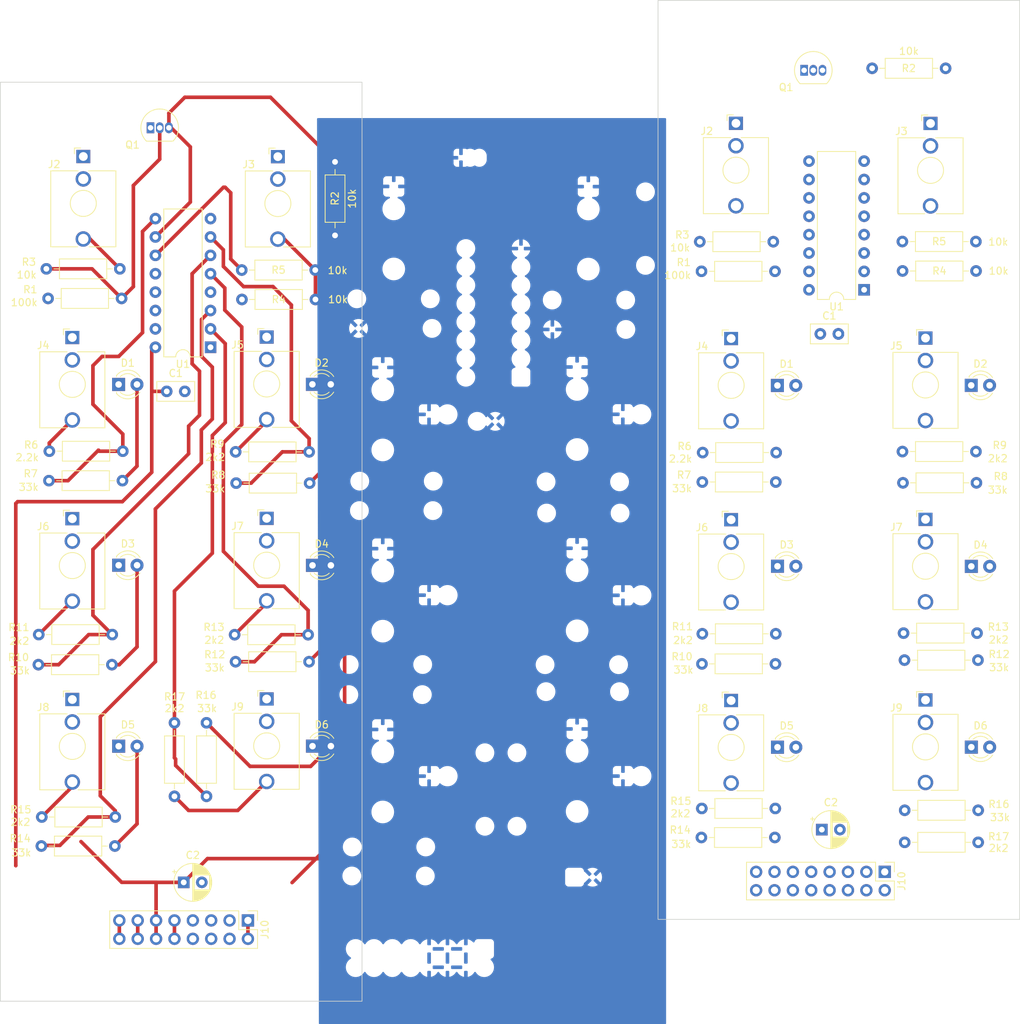
<source format=kicad_pcb>
(kicad_pcb (version 20221018) (generator pcbnew)
  (layers (0 "F.Cu" signal) (31 "B.Cu" signal) (34 "B.Paste" user) (35 "F.Paste" user) (36 "B.SilkS" user "B.Silkscreen") (37 "F.SilkS" user "F.Silkscreen") (38 "B.Mask" user) (39 "F.Mask" user) (44 "Edge.Cuts" user))
  (net 0 "")
  (net 1 "GND")
  (net 2 "Net-(D1-A)")
  (net 3 "Net-(D2-A)")
  (net 4 "Net-(D3-A)")
  (net 5 "Net-(D4-A)")
  (net 6 "Net-(D5-A)")
  (net 7 "Net-(D6-A)")
  (net 8 "Net-(Q1-B)")
  (net 9 "Net-(Q1-C)")
  (net 10 "Net-(J2-PadT)")
  (net 11 "Net-(J3-PadT)")
  (net 12 "Net-(U1-Reset)")
  (net 13 "Net-(J4-PadT)")
  (net 14 "Net-(U1-Q0)")
  (net 15 "Net-(U1-Q1)")
  (net 16 "Net-(J5-PadT)")
  (net 17 "Net-(U1-Q2)")
  (net 18 "Net-(J6-PadT)")
  (net 19 "Net-(U1-Q3)")
  (net 20 "Net-(J7-PadT)")
  (net 21 "Net-(U1-Q4)")
  (net 22 "Net-(J8-PadT)")
  (net 23 "Net-(U1-Q5)")
  (net 24 "Net-(J9-PadT)")
  (net 30 "+12V")
  (net 31 "-12V")
  (net 33 "+5V")
  (net 34 "unconnected-(J10-Pin_13-Pad13)")
  (net 35 "unconnected-(J10-Pin_15-Pad15)")
  (footprint "Resistor_THT:R_Axial_DIN0207_L6.3mm_D2.5mm_P10.16mm_Horizontal" (layer "F.Cu") (at 159.186 65.834 180)
    (fp_text reference "R4")
    (fp_text value "10k")
  )
  (footprint "LED_THT:LED_D3.0mm" (layer "F.Cu") (at 158.515 81.64)
    (fp_text reference "D2")
    (fp_text value "LED")
  )
  (footprint "Resistor_THT:R_Axial_DIN0207_L6.3mm_D2.5mm_P10.16mm_Horizontal" (layer "F.Cu") (at 29.6 116.08)
    (fp_text reference "R11")
    (fp_text value "2k2")
  )
  (footprint "Connector_Audio:Jack_3.5mm_QingPu_WQP-PJ398SM_Vertical_CircularHoles" (layer "F.Cu") (at 125.323 125.193131)
    (fp_text reference "J8")
    (fp_text value "/32")
  )
  (footprint "Resistor_THT:R_Axial_DIN0207_L6.3mm_D2.5mm_P10.16mm_Horizontal" (layer "F.Cu") (at 149.16 115.88)
    (fp_text reference "R13")
    (fp_text value "2k2")
  )
  (footprint "LED_THT:LED_D3.0mm" (layer "F.Cu") (at 67.446 106.516)
    (fp_text reference "D4")
    (fp_text value "LED")
  )
  (footprint "Resistor_THT:R_Axial_DIN0207_L6.3mm_D2.5mm_P10.16mm_Horizontal" (layer "F.Cu") (at 159.48 144.79 180)
    (fp_text reference "R17")
    (fp_text value "2k2")
  )
  (footprint "Resistor_THT:R_Axial_DIN0207_L6.3mm_D2.5mm_P10.16mm_Horizontal" (layer "F.Cu") (at 57.664 65.71)
    (fp_text reference "R5")
    (fp_text value "10k")
  )
  (footprint "LED_THT:LED_D3.0mm" (layer "F.Cu") (at 131.731 106.636)
    (fp_text reference "D3")
    (fp_text value "LED")
  )
  (footprint "Connector_Audio:Jack_3.5mm_QingPu_WQP-PJ398SM_Vertical_CircularHoles" (layer "F.Cu") (at 125.323 100.206)
    (fp_text reference "J6")
    (fp_text value "/8")
  )
  (footprint "LED_THT:LED_D3.0mm" (layer "F.Cu") (at 131.731 131.646)
    (fp_text reference "D5")
    (fp_text value "LED")
  )
  (footprint "LED_THT:LED_D3.0mm" (layer "F.Cu") (at 131.721 81.656)
    (fp_text reference "D1")
    (fp_text value "LED")
  )
  (footprint "Resistor_THT:R_Axial_DIN0207_L6.3mm_D2.5mm_P10.16mm_Horizontal" (layer "F.Cu") (at 154.98 37.83 180)
    (fp_text reference "R2")
    (fp_text value "10k")
  )
  (footprint "LED_THT:LED_D3.0mm" (layer "F.Cu") (at 67.446 131.496)
    (fp_text reference "D6")
    (fp_text value "LED")
  )
  (footprint "Connector_Audio:Jack_3.5mm_QingPu_WQP-PJ398SM_Vertical_CircularHoles" (layer "F.Cu") (at 152.195 100.156)
    (fp_text reference "J7")
    (fp_text value "/16")
  )
  (footprint "Connector_Audio:Jack_3.5mm_QingPu_WQP-PJ398SM_Vertical_CircularHoles" (layer "F.Cu") (at 35.758 50.016)
    (fp_text reference "J2")
    (fp_text value "ClockIn")
  )
  (footprint "Connector_PinHeader_2.54mm:PinHeader_2x08_P2.54mm_Vertical" (layer "F.Cu") (at 58.52 155.58 -90)
    (fp_text reference "J10")
    (fp_text value "Conn_02x08_Odd_Even")
  )
  (footprint "Resistor_THT:R_Axial_DIN0207_L6.3mm_D2.5mm_P10.16mm_Horizontal" (layer "F.Cu") (at 121.29 120.13)
    (fp_text reference "R10")
    (fp_text value "33k")
  )
  (footprint "Connector_Audio:Jack_3.5mm_QingPu_WQP-PJ398SM_Vertical_CircularHoles" (layer "F.Cu") (at 62.658 50.036)
    (fp_text reference "J3")
    (fp_text value "ResetIn")
  )
  (footprint "Connector_Audio:Jack_3.5mm_QingPu_WQP-PJ398SM_Vertical_CircularHoles" (layer "F.Cu") (at 61.11 100.016)
    (fp_text reference "J7")
    (fp_text value "/16")
  )
  (footprint "LED_THT:LED_D3.0mm" (layer "F.Cu") (at 40.646 106.496)
    (fp_text reference "D3")
    (fp_text value "LED")
  )
  (footprint "Connector_PinHeader_2.54mm:PinHeader_2x08_P2.54mm_Vertical" (layer "F.Cu") (at 146.56 148.87 -90)
    (fp_text reference "J10")
    (fp_text value "Conn_02x08_Odd_Even")
  )
  (footprint "Package_DIP:DIP-16_W7.62mm" (layer "F.Cu") (at 53.346 76.378 180)
    (fp_text reference "U1")
    (fp_text value "4040")
  )
  (footprint "Package_DIP:DIP-16_W7.62mm" (layer "F.Cu") (at 143.71 68.435 180)
    (fp_text reference "U1")
    (fp_text value "4040")
  )
  (footprint "Resistor_THT:R_Axial_DIN0207_L6.3mm_D2.5mm_P10.16mm_Horizontal" (layer "F.Cu") (at 70.56 60.92 90)
    (fp_text reference "R2")
    (fp_text value "10k")
  )
  (footprint "Connector_Audio:Jack_3.5mm_QingPu_WQP-PJ398SM_Vertical_CircularHoles" (layer "F.Cu") (at 152.195 125.12)
    (fp_text reference "J9")
    (fp_text value "/64")
  )
  (footprint "Resistor_THT:R_Axial_DIN0207_L6.3mm_D2.5mm_P10.16mm_Horizontal" (layer "F.Cu") (at 30.89 69.63)
    (fp_text reference "R1")
    (fp_text value "100k")
  )
  (footprint "Resistor_THT:R_Axial_DIN0207_L6.3mm_D2.5mm_P10.16mm_Horizontal" (layer "F.Cu") (at 121.21 144.12)
    (fp_text reference "R14")
    (fp_text value "33k")
  )
  (footprint "Resistor_THT:R_Axial_DIN0207_L6.3mm_D2.5mm_P10.16mm_Horizontal" (layer "F.Cu") (at 29.96 145.3)
    (fp_text reference "R14")
    (fp_text value "33k")
  )
  (footprint "Connector_Audio:Jack_3.5mm_QingPu_WQP-PJ398SM_Vertical_CircularHoles" (layer "F.Cu") (at 152.89 45.45)
    (fp_text reference "J3")
    (fp_text value "ResetIn")
  )
  (footprint "Capacitor_THT:C_Disc_D5.0mm_W2.5mm_P2.50mm" (layer "F.Cu") (at 47.29 82.474)
    (fp_text reference "C1")
    (fp_text value "0.1u")
  )
  (footprint "Resistor_THT:R_Axial_DIN0207_L6.3mm_D2.5mm_P10.16mm_Horizontal" (layer "F.Cu") (at 149.08 95.11)
    (fp_text reference "R8")
    (fp_text value "33k")
  )
  (footprint "Resistor_THT:R_Axial_DIN0207_L6.3mm_D2.5mm_P10.16mm_Horizontal" (layer "F.Cu") (at 56.82 90.83)
    (fp_text reference "R9")
    (fp_text value "2k2")
  )
  (footprint "LED_THT:LED_D3.0mm" (layer "F.Cu") (at 158.531 106.656)
    (fp_text reference "D4")
    (fp_text value "LED")
  )
  (footprint "Resistor_THT:R_Axial_DIN0207_L6.3mm_D2.5mm_P10.16mm_Horizontal" (layer "F.Cu") (at 56.81 119.83)
    (fp_text reference "R12")
    (fp_text value "33k")
  )
  (footprint "Connector_Audio:Jack_3.5mm_QingPu_WQP-PJ398SM_Vertical_CircularHoles" (layer "F.Cu") (at 152.195 75.106)
    (fp_text reference "J5")
    (fp_text value "/4")
  )
  (footprint "Connector_Audio:Jack_3.5mm_QingPu_WQP-PJ398SM_Vertical_CircularHoles" (layer "F.Cu") (at 34.238 100.066)
    (fp_text reference "J6")
    (fp_text value "/8")
  )
  (footprint "Resistor_THT:R_Axial_DIN0207_L6.3mm_D2.5mm_P10.16mm_Horizontal" (layer "F.Cu") (at 159.48 140.36 180)
    (fp_text reference "R16")
    (fp_text value "33k")
  )
  (footprint "Capacitor_THT:CP_Radial_D5.0mm_P2.50mm" (layer "F.Cu") (at 137.86 143.03)
    (fp_text reference "C2")
    (fp_text value "10u")
  )
  (footprint "Connector_Audio:Jack_3.5mm_QingPu_WQP-PJ398SM_Vertical_CircularHoles" (layer "F.Cu") (at 34.238 75.026)
    (fp_text reference "J4")
    (fp_text value "/2")
  )
  (footprint "Package_TO_SOT_THT:TO-92_Inline" (layer "F.Cu") (at 135.414 38.107)
    (fp_text reference "Q1")
    (fp_text value "2N3904")
  )
  (footprint "Resistor_THT:R_Axial_DIN0207_L6.3mm_D2.5mm_P10.16mm_Horizontal" (layer "F.Cu") (at 56.68 116.1)
    (fp_text reference "R13")
    (fp_text value "2k2")
  )
  (footprint "Resistor_THT:R_Axial_DIN0207_L6.3mm_D2.5mm_P10.16mm_Horizontal" (layer "F.Cu") (at 121.34 95)
    (fp_text reference "R7")
    (fp_text value "33k")
  )
  (footprint "LED_THT:LED_D3.0mm" (layer "F.Cu") (at 40.646 131.506)
    (fp_text reference "D5")
    (fp_text value "LED")
  )
  (footprint "LED_THT:LED_D3.0mm" (layer "F.Cu") (at 158.531 131.636)
    (fp_text reference "D6")
    (fp_text value "LED")
  )
  (footprint "Resistor_THT:R_Axial_DIN0207_L6.3mm_D2.5mm_P10.16mm_Horizontal" (layer "F.Cu") (at 56.89 95.15)
    (fp_text reference "R8")
    (fp_text value "33k")
  )
  (footprint "Resistor_THT:R_Axial_DIN0207_L6.3mm_D2.5mm_P10.16mm_Horizontal" (layer "F.Cu") (at 52.79 138.43 90)
    (fp_text reference "R16")
    (fp_text value "33k")
  )
  (footprint "Resistor_THT:R_Axial_DIN0207_L6.3mm_D2.5mm_P10.16mm_Horizontal" (layer "F.Cu") (at 149.29 119.61)
    (fp_text reference "R12")
    (fp_text value "33k")
  )
  (footprint "" (layer "F.Cu") (at 140.154 74.531)
    (fp_text reference "")
    (fp_text value "")
  )
  (footprint "Connector_Audio:Jack_3.5mm_QingPu_WQP-PJ398SM_Vertical_CircularHoles" (layer "F.Cu") (at 61.11 124.98)
    (fp_text reference "J9")
    (fp_text value "/64")
  )
  (footprint "Resistor_THT:R_Axial_DIN0207_L6.3mm_D2.5mm_P10.16mm_Horizontal" (layer "F.Cu") (at 30.02 141.29)
    (fp_text reference "R15")
    (fp_text value "2k2")
  )
  (footprint "Connector_Audio:Jack_3.5mm_QingPu_WQP-PJ398SM_Vertical_CircularHoles" (layer "F.Cu") (at 125.99 45.43)
    (fp_text reference "J2")
    (fp_text value "ClockIn")
  )
  (footprint "Resistor_THT:R_Axial_DIN0207_L6.3mm_D2.5mm_P10.16mm_Horizontal" (layer "F.Cu") (at 149 61.77)
    (fp_text reference "R5")
    (fp_text value "10k")
  )
  (footprint "Connector_Audio:Jack_3.5mm_QingPu_WQP-PJ398SM_Vertical_CircularHoles" (layer "F.Cu") (at 34.238 125.053131)
    (fp_text reference "J8")
    (fp_text value "/32")
  )
  (footprint "Resistor_THT:R_Axial_DIN0207_L6.3mm_D2.5mm_P10.16mm_Horizontal" (layer "F.Cu") (at 121.23 65.88)
    (fp_text reference "R1")
    (fp_text value "100k")
  )
  (footprint "Capacitor_THT:C_Disc_D5.0mm_W2.5mm_P2.50mm" (layer "F.Cu") (at 137.654 74.531)
    (fp_text reference "C1")
    (fp_text value "0.1u")
  )
  (footprint "Resistor_THT:R_Axial_DIN0207_L6.3mm_D2.5mm_P10.16mm_Horizontal" (layer "F.Cu") (at 31.01 94.81)
    (fp_text reference "R7")
    (fp_text value "33k")
  )
  (footprint "Resistor_THT:R_Axial_DIN0207_L6.3mm_D2.5mm_P10.16mm_Horizontal" (layer "F.Cu") (at 121.34 115.97)
    (fp_text reference "R11")
    (fp_text value "2k2")
  )
  (footprint "Resistor_THT:R_Axial_DIN0207_L6.3mm_D2.5mm_P10.16mm_Horizontal" (layer "F.Cu") (at 31.06 90.74)
    (fp_text reference "R6")
    (fp_text value "2.2k")
  )
  (footprint "Package_TO_SOT_THT:TO-92_Inline" (layer "F.Cu") (at 45.05 46.05)
    (fp_text reference "Q1")
    (fp_text value "2N3904")
  )
  (footprint "Resistor_THT:R_Axial_DIN0207_L6.3mm_D2.5mm_P10.16mm_Horizontal" (layer "F.Cu") (at 120.99 61.79)
    (fp_text reference "R3")
    (fp_text value "10k")
  )
  (footprint "LED_THT:LED_D3.0mm" (layer "F.Cu") (at 40.636 81.516)
    (fp_text reference "D1")
    (fp_text value "LED")
  )
  (footprint "Capacitor_THT:CP_Radial_D5.0mm_P2.50mm" (layer "F.Cu") (at 49.64 150.32)
    (fp_text reference "C2")
    (fp_text value "10u")
  )
  (footprint "Resistor_THT:R_Axial_DIN0207_L6.3mm_D2.5mm_P10.16mm_Horizontal" (layer "F.Cu") (at 67.85 69.774 180)
    (fp_text reference "R4")
    (fp_text value "10k")
  )
  (footprint "LED_THT:LED_D3.0mm" (layer "F.Cu") (at 67.43 81.5)
    (fp_text reference "D2")
    (fp_text value "LED")
  )
  (footprint "Connector_Audio:Jack_3.5mm_QingPu_WQP-PJ398SM_Vertical_CircularHoles" (layer "F.Cu") (at 61.11 74.966)
    (fp_text reference "J5")
    (fp_text value "/4")
  )
  (footprint "Resistor_THT:R_Axial_DIN0207_L6.3mm_D2.5mm_P10.16mm_Horizontal" (layer "F.Cu") (at 30.65 65.54)
    (fp_text reference "R3")
    (fp_text value "10k")
  )
  (footprint "Resistor_THT:R_Axial_DIN0207_L6.3mm_D2.5mm_P10.16mm_Horizontal" (layer "F.Cu") (at 121.27 140.11)
    (fp_text reference "R15")
    (fp_text value "2k2")
  )
  (footprint "Resistor_THT:R_Axial_DIN0207_L6.3mm_D2.5mm_P10.16mm_Horizontal" (layer "F.Cu") (at 149.01 90.79)
    (fp_text reference "R9")
    (fp_text value "2k2")
  )
  (footprint "Resistor_THT:R_Axial_DIN0207_L6.3mm_D2.5mm_P10.16mm_Horizontal" (layer "F.Cu") (at 48.36 138.43 90)
    (fp_text reference "R17")
    (fp_text value "2k2")
  )
  (footprint "Connector_Audio:Jack_3.5mm_QingPu_WQP-PJ398SM_Vertical_CircularHoles" (layer "F.Cu") (at 125.323 75.166)
    (fp_text reference "J4")
    (fp_text value "/2")
  )
  (footprint "Resistor_THT:R_Axial_DIN0207_L6.3mm_D2.5mm_P10.16mm_Horizontal" (layer "F.Cu") (at 121.39 90.93)
    (fp_text reference "R6")
    (fp_text value "2.2k")
  )
  (footprint "Resistor_THT:R_Axial_DIN0207_L6.3mm_D2.5mm_P10.16mm_Horizontal" (layer "F.Cu") (at 29.55 120.24)
    (fp_text reference "R10")
    (fp_text value "33k")
  )
  (gr_rect (start 115.22 28.44) (end 165.22 155.44) (stroke (width 0.1)) (fill none) (layer "Edge.Cuts"))
  (gr_rect (start 24.29 39.75) (end 74.29 166.75) (stroke (width 0.1)) (fill none) (layer "Edge.Cuts"))
  (segment (start 43.176 92.804) (end 43.176 81.516) (width 0.5) (layer "F.Cu") (net 2))
  (segment (start 41.17 94.81) (end 43.176 92.804) (width 0.5) (layer "F.Cu") (net 2))
  (segment (start 69.97 92.23) (end 69.97 81.5) (width 0.5) (layer "F.Cu") (net 3))
  (segment (start 67.05 95.15) (end 69.97 92.23) (width 0.5) (layer "F.Cu") (net 3))
  (segment (start 40.726 120.24) (end 43.186 117.78) (width 0.5) (layer "F.Cu") (net 4))
  (segment (start 39.71 120.24) (end 40.726 120.24) (width 0.5) (layer "F.Cu") (net 4))
  (segment (start 43.186 117.78) (end 43.186 106.496) (width 0.5) (layer "F.Cu") (net 4))
  (segment (start 69.986 116.814) (end 69.986 106.516) (width 0.5) (layer "F.Cu") (net 5))
  (segment (start 66.97 119.83) (end 69.986 116.814) (width 0.5) (layer "F.Cu") (net 5))
  (segment (start 43.186 142.234) (end 43.186 131.506) (width 0.5) (layer "F.Cu") (net 6))
  (segment (start 40.12 145.3) (end 43.186 142.234) (width 0.5) (layer "F.Cu") (net 6))
  (segment (start 67.192 134.29) (end 58.81 134.29) (width 0.5) (layer "F.Cu") (net 7))
  (segment (start 58.81 134.29) (end 52.79 128.27) (width 0.5) (layer "F.Cu") (net 7))
  (segment (start 69.986 131.496) (end 67.192 134.29) (width 0.5) (layer "F.Cu") (net 7))
  (segment (start 42.678 68.002) (end 41.05 69.63) (width 0.5) (layer "F.Cu") (net 8))
  (segment (start 30.65 65.54) (end 36.96 65.54) (width 0.5) (layer "F.Cu") (net 8))
  (segment (start 46.32 46.05) (end 46.32 50.384) (width 0.5) (layer "F.Cu") (net 8))
  (segment (start 42.678 54.026) (end 42.678 68.002) (width 0.5) (layer "F.Cu") (net 8))
  (segment (start 46.32 50.384) (end 42.678 54.026) (width 0.5) (layer "F.Cu") (net 8))
  (segment (start 36.96 65.54) (end 41.05 69.63) (width 0.5) (layer "F.Cu") (net 8))
  (segment (start 61.634 41.834) (end 49.79 41.834) (width 0.5) (layer "F.Cu") (net 9))
  (segment (start 70.56 50.76) (end 61.634 41.834) (width 0.5) (layer "F.Cu") (net 9))
  (segment (start 47.59 44.034) (end 47.59 46.05) (width 0.5) (layer "F.Cu") (net 9))
  (segment (start 50.552 56.312) (end 50.552 48.692) (width 0.5) (layer "F.Cu") (net 9))
  (segment (start 49.79 41.834) (end 47.59 44.034) (width 0.5) (layer "F.Cu") (net 9))
  (segment (start 45.726 61.138) (end 50.552 56.312) (width 0.5) (layer "F.Cu") (net 9))
  (segment (start 50.552 48.692) (end 47.91 46.05) (width 0.5) (layer "F.Cu") (net 9))
  (segment (start 47.91 46.05) (end 47.59 46.05) (width 0.5) (layer "F.Cu") (net 9))
  (segment (start 36.686 61.416) (end 35.758 61.416) (width 0.5) (layer "F.Cu") (net 10))
  (segment (start 40.81 65.54) (end 36.686 61.416) (width 0.5) (layer "F.Cu") (net 10))
  (segment (start 67.824 65.71) (end 63.55 61.436) (width 0.5) (layer "F.Cu") (net 11))
  (segment (start 63.55 61.436) (end 62.658 61.436) (width 0.5) (layer "F.Cu") (net 11))
  (segment (start 67.85 65.736) (end 67.824 65.71) (width 0.5) (layer "F.Cu") (net 11))
  (segment (start 67.85 69.774) (end 67.85 65.736) (width 0.5) (layer "F.Cu") (net 11))
  (segment (start 56.14 64.186) (end 57.664 65.71) (width 0.5) (layer "F.Cu") (net 12))
  (segment (start 45.726 63.678) (end 55.124 54.28) (width 0.5) (layer "F.Cu") (net 12))
  (segment (start 56.14 55.042) (end 56.14 64.186) (width 0.5) (layer "F.Cu") (net 12))
  (segment (start 55.124 54.28) (end 55.378 54.28) (width 0.5) (layer "F.Cu") (net 12))
  (segment (start 55.378 54.28) (end 56.14 55.042) (width 0.5) (layer "F.Cu") (net 12))
  (segment (start 31.06 90.74) (end 31.06 89.604) (width 0.5) (layer "F.Cu") (net 13))
  (segment (start 31.06 89.604) (end 34.238 86.426) (width 0.5) (layer "F.Cu") (net 13))
  (segment (start 33.644 94.81) (end 37.852 90.602) (width 0.5) (layer "F.Cu") (net 14))
  (segment (start 37.99 90.74) (end 41.22 90.74) (width 0.5) (layer "F.Cu") (net 14))
  (segment (start 41.22 88.382) (end 41.22 90.74) (width 0.5) (layer "F.Cu") (net 14))
  (segment (start 37.09 84.252) (end 41.22 88.382) (width 0.5) (layer "F.Cu") (net 14))
  (segment (start 38.36 77.648) (end 37.09 78.918) (width 0.5) (layer "F.Cu") (net 14))
  (segment (start 31.01 94.81) (end 33.644 94.81) (width 0.5) (layer "F.Cu") (net 14))
  (segment (start 45.726 58.598) (end 43.948 60.376) (width 0.5) (layer "F.Cu") (net 14))
  (segment (start 40.646 77.648) (end 38.36 77.648) (width 0.5) (layer "F.Cu") (net 14))
  (segment (start 37.852 90.602) (end 37.99 90.74) (width 0.5) (layer "F.Cu") (net 14))
  (segment (start 37.09 78.918) (end 37.09 84.252) (width 0.5) (layer "F.Cu") (net 14))
  (segment (start 43.948 60.376) (end 43.948 74.346) (width 0.5) (layer "F.Cu") (net 14))
  (segment (start 43.948 74.346) (end 40.646 77.648) (width 0.5) (layer "F.Cu") (net 14))
  (segment (start 56.89 95.15) (end 58.958 95.15) (width 0.5) (layer "F.Cu") (net 15))
  (segment (start 55.124 62.916) (end 55.124 65.202) (width 0.5) (layer "F.Cu") (net 15))
  (segment (start 64.522 70.536) (end 64.522 86.538) (width 0.5) (layer "F.Cu") (net 15))
  (segment (start 66.98 88.996) (end 66.98 90.83) (width 0.5) (layer "F.Cu") (net 15))
  (segment (start 55.124 65.202) (end 57.918 67.996) (width 0.5) (layer "F.Cu") (net 15))
  (segment (start 61.982 67.996) (end 64.522 70.536) (width 0.5) (layer "F.Cu") (net 15))
  (segment (start 58.958 95.15) (end 63.278 90.83) (width 0.5) (layer "F.Cu") (net 15))
  (segment (start 53.346 61.138) (end 55.124 62.916) (width 0.5) (layer "F.Cu") (net 15))
  (segment (start 63.278 90.83) (end 66.98 90.83) (width 0.5) (layer "F.Cu") (net 15))
  (segment (start 57.918 67.996) (end 61.982 67.996) (width 0.5) (layer "F.Cu") (net 15))
  (segment (start 64.522 86.538) (end 66.98 88.996) (width 0.5) (layer "F.Cu") (net 15))
  (segment (start 61.11 86.54) (end 61.11 86.366) (width 0.5) (layer "F.Cu") (net 16))
  (segment (start 56.82 90.83) (end 61.11 86.54) (width 0.5) (layer "F.Cu") (net 16))
  (segment (start 36.504 116.08) (end 32.344 120.24) (width 0.5) (layer "F.Cu") (net 17))
  (segment (start 32.344 120.24) (end 29.55 120.24) (width 0.5) (layer "F.Cu") (net 17))
  (segment (start 51.822 79.68) (end 51.822 85.776) (width 0.5) (layer "F.Cu") (net 17))
  (segment (start 53.346 63.678) (end 50.806 66.218) (width 0.5) (layer "F.Cu") (net 17))
  (segment (start 50.318 87.28) (end 50.318 91.09) (width 0.5) (layer "F.Cu") (net 17))
  (segment (start 50.318 91.09) (end 37.09 104.318) (width 0.5) (layer "F.Cu") (net 17))
  (segment (start 37.09 104.318) (end 37.09 113.41) (width 0.5) (layer "F.Cu") (net 17))
  (segment (start 50.806 78.664) (end 51.822 79.68) (width 0.5) (layer "F.Cu") (net 17))
  (segment (start 50.806 66.218) (end 50.806 78.664) (width 0.5) (layer "F.Cu") (net 17))
  (segment (start 39.76 116.08) (end 36.504 116.08) (width 0.5) (layer "F.Cu") (net 17))
  (segment (start 37.09 113.41) (end 39.76 116.08) (width 0.5) (layer "F.Cu") (net 17))
  (segment (start 51.822 85.776) (end 50.318 87.28) (width 0.5) (layer "F.Cu") (net 17))
  (segment (start 34.214 111.466) (end 34.238 111.466) (width 0.5) (layer "F.Cu") (net 18))
  (segment (start 29.6 116.08) (end 34.214 111.466) (width 0.5) (layer "F.Cu") (net 18))
  (segment (start 63.506 109.398) (end 66.84 112.732) (width 0.5) (layer "F.Cu") (net 19))
  (segment (start 59.95 109.398) (end 63.506 109.398) (width 0.5) (layer "F.Cu") (net 19))
  (segment (start 59.424 119.83) (end 56.81 119.83) (width 0.5) (layer "F.Cu") (net 19))
  (segment (start 55.32 68.192) (end 55.32 71.24) (width 0.5) (layer "F.Cu") (net 19))
  (segment (start 63.154 116.1) (end 59.424 119.83) (width 0.5) (layer "F.Cu") (net 19))
  (segment (start 66.84 112.732) (end 66.84 116.1) (width 0.5) (layer "F.Cu") (net 19))
  (segment (start 55.32 71.24) (end 57.664 73.584) (width 0.5) (layer "F.Cu") (net 19))
  (segment (start 55.124 104.572) (end 59.95 109.398) (width 0.5) (layer "F.Cu") (net 19))
  (segment (start 55.124 89.586) (end 55.124 104.572) (width 0.5) (layer "F.Cu") (net 19))
  (segment (start 53.346 66.218) (end 55.32 68.192) (width 0.5) (layer "F.Cu") (net 19))
  (segment (start 66.84 116.1) (end 63.154 116.1) (width 0.5) (layer "F.Cu") (net 19))
  (segment (start 57.664 87.046) (end 55.124 89.586) (width 0.5) (layer "F.Cu") (net 19))
  (segment (start 57.664 73.584) (end 57.664 87.046) (width 0.5) (layer "F.Cu") (net 19))
  (segment (start 56.68 116.1) (end 61.11 111.67) (width 0.5) (layer "F.Cu") (net 20))
  (segment (start 61.11 111.67) (end 61.11 111.416) (width 0.5) (layer "F.Cu") (net 20))
  (segment (start 52.076 87.808) (end 53.6 86.284) (width 0.5) (layer "F.Cu") (net 21))
  (segment (start 38.106 127.432) (end 45.726 119.812) (width 0.5) (layer "F.Cu") (net 21))
  (segment (start 29.96 145.3) (end 29.96 145.23) (width 0.5) (layer "F.Cu") (net 21))
  (segment (start 32.518 145.212) (end 36.44 141.29) (width 0.5) (layer "F.Cu") (net 21))
  (segment (start 53.6 86.284) (end 53.6 79.132) (width 0.5) (layer "F.Cu") (net 21))
  (segment (start 40.18 141.29) (end 40.18 140.428) (width 0.5) (layer "F.Cu") (net 21))
  (segment (start 36.44 141.29) (end 40.18 141.29) (width 0.5) (layer "F.Cu") (net 21))
  (segment (start 53.6 79.132) (end 52.096 77.628) (width 0.5) (layer "F.Cu") (net 21))
  (segment (start 45.726 98.716) (end 52.076 92.366) (width 0.5) (layer "F.Cu") (net 21))
  (segment (start 52.076 92.366) (end 52.076 87.808) (width 0.5) (layer "F.Cu") (net 21))
  (segment (start 29.96 145.23) (end 29.978 145.212) (width 0.5) (layer "F.Cu") (net 21))
  (segment (start 52.096 72.548) (end 53.346 71.298) (width 0.5) (layer "F.Cu") (net 21))
  (segment (start 45.726 119.812) (end 45.726 98.716) (width 0.5) (layer "F.Cu") (net 21))
  (segment (start 38.106 138.354) (end 38.106 127.432) (width 0.5) (layer "F.Cu") (net 21))
  (segment (start 29.978 145.212) (end 32.518 145.212) (width 0.5) (layer "F.Cu") (net 21))
  (segment (start 40.18 140.428) (end 38.106 138.354) (width 0.5) (layer "F.Cu") (net 21))
  (segment (start 52.096 77.628) (end 52.096 72.548) (width 0.5) (layer "F.Cu") (net 21))
  (segment (start 34.238 137.072) (end 34.238 136.453131) (width 0.5) (layer "F.Cu") (net 22))
  (segment (start 30.02 141.29) (end 34.238 137.072) (width 0.5) (layer "F.Cu") (net 22))
  (segment (start 52.79 138.43) (end 48.52 134.16) (width 0.5) (layer "F.Cu") (net 23))
  (segment (start 55.378 86.792) (end 53.6 88.57) (width 0.5) (layer "F.Cu") (net 23))
  (segment (start 48.36 110.066) (end 48.36 128.27) (width 0.5) (layer "F.Cu") (net 23))
  (segment (start 48.52 133.274) (end 48.36 133.114) (width 0.5) (layer "F.Cu") (net 23))
  (segment (start 48.36 133.114) (end 48.36 128.27) (width 0.5) (layer "F.Cu") (net 23))
  (segment (start 53.346 73.838) (end 55.378 75.87) (width 0.5) (layer "F.Cu") (net 23))
  (segment (start 55.378 75.87) (end 55.378 86.792) (width 0.5) (layer "F.Cu") (net 23))
  (segment (start 53.6 104.826) (end 48.36 110.066) (width 0.5) (layer "F.Cu") (net 23))
  (segment (start 53.6 88.57) (end 53.6 104.826) (width 0.5) (layer "F.Cu") (net 23))
  (segment (start 48.52 134.16) (end 48.52 133.274) (width 0.5) (layer "F.Cu") (net 23))
  (segment (start 48.36 138.43) (end 50.316 140.386) (width 0.5) (layer "F.Cu") (net 24))
  (segment (start 50.316 140.386) (end 57.104 140.386) (width 0.5) (layer "F.Cu") (net 24))
  (segment (start 57.104 140.386) (end 61.11 136.38) (width 0.5) (layer "F.Cu") (net 24))
  (segment (start 48.36 155.58) (end 48.36 158.12) (width 0.5) (layer "F.Cu") (net 30))
  (segment (start 58.52 155.58) (end 58.52 158.12) (width 0.5) (layer "F.Cu") (net 31))
  (segment (start 49.64 150.32) (end 49.61 150.32) (width 0.25) (layer "F.Cu") (net 33))
  (segment (start 45.726 76.378) (end 45.218 76.886) (width 0.5) (layer "F.Cu") (net 33))
  (segment (start 45.82 155.58) (end 45.82 158.12) (width 0.5) (layer "F.Cu") (net 33))
  (segment (start 45.82 155.58) (end 45.82 155.47) (width 0.25) (layer "F.Cu") (net 33))
  (segment (start 26.422 148) (end 26.422 97.968) (width 0.5) (layer "F.Cu") (net 33))
  (segment (start 45.218 93.65) (end 45.218 82.22) (width 0.5) (layer "F.Cu") (net 33))
  (segment (start 49.61 150.32) (end 49.6 150.33) (width 0.25) (layer "F.Cu") (net 33))
  (segment (start 26.676 97.714) (end 41.154 97.714) (width 0.5) (layer "F.Cu") (net 33))
  (segment (start 52.92 147.04) (end 73.648 147.04) (width 0.5) (layer "F.Cu") (net 33))
  (segment (start 45.82 150.31) (end 41.062 150.31) (width 0.5) (layer "F.Cu") (net 33))
  (segment (start 49.64 150.32) (end 52.92 147.04) (width 0.5) (layer "F.Cu") (net 33))
  (segment (start 26.422 97.968) (end 26.676 97.714) (width 0.5) (layer "F.Cu") (net 33))
  (segment (start 64.628 150.35) (end 71.888 143.09) (width 0.5) (layer "F.Cu") (net 33))
  (segment (start 45.218 76.886) (end 45.218 82.22) (width 0.5) (layer "F.Cu") (net 33))
  (segment (start 45.83 150.32) (end 45.82 150.31) (width 0.25) (layer "F.Cu") (net 33))
  (segment (start 45.82 155.47) (end 45.76 155.41) (width 0.25) (layer "F.Cu") (net 33))
  (segment (start 41.062 150.31) (end 35.442 144.69) (width 0.5) (layer "F.Cu") (net 33))
  (segment (start 45.472 82.474) (end 47.25 82.474) (width 0.5) (layer "F.Cu") (net 33))
  (segment (start 71.888 62.248) (end 70.56 60.92) (width 0.5) (layer "F.Cu") (net 33))
  (segment (start 26.422 148.006) (end 26.422 148) (width 0.5) (layer "F.Cu") (net 33))
  (segment (start 49.64 150.32) (end 45.83 150.32) (width 0.5) (layer "F.Cu") (net 33))
  (segment (start 45.472 82.474) (end 45.218 82.22) (width 0.25) (layer "F.Cu") (net 33))
  (segment (start 45.82 150.31) (end 45.82 155.58) (width 0.5) (layer "F.Cu") (net 33))
  (segment (start 71.888 143.09) (end 71.888 62.248) (width 0.5) (layer "F.Cu") (net 33))
  (segment (start 49.6 150.33) (end 49.35 150.08) (width 0.25) (layer "F.Cu") (net 33))
  (segment (start 41.154 97.714) (end 45.218 93.65) (width 0.5) (layer "F.Cu") (net 33))
  (segment (start 43.28 158.12) (end 43.28 155.58) (width 0.5) (layer "F.Cu") (net 34))
  (segment (start 40.74 155.58) (end 40.74 158.12) (width 0.5) (layer "F.Cu") (net 35))
  (zone (net 1) (net_name "GND") (layer "B.Cu") (connect_pads (clearance 0.5)) (min_thickness 0.25) (fill yes (thermal_gap 0.5) (thermal_bridge_width 0.5))
    (polygon (pts (xy 116.332 44.704) (xy 68.072 44.704) (xy 68.326 169.926) (xy 116.332 169.926)))
  )
)
</source>
